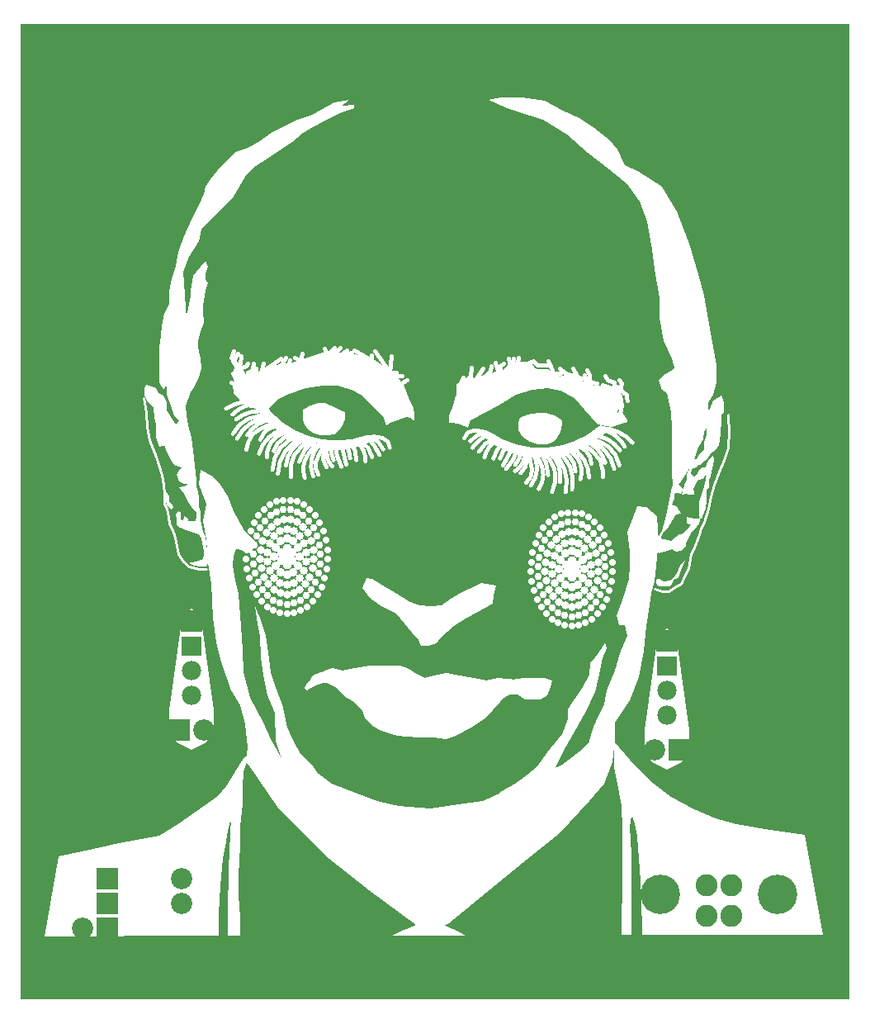
<source format=gts>
G04 start of page 2 for group 2 layer_idx 15 *
G04 Title: (unknown), top_mask *
G04 Creator: pcb-rnd 3.1.4-dev *
G04 CreationDate: 2024-02-11 09:28:28 UTC *
G04 For: STEM4ukraine *
G04 Format: Gerber/RS-274X *
G04 PCB-Dimensions: 334646 393701 *
G04 PCB-Coordinate-Origin: lower left *
%MOIN*%
%FSLAX25Y25*%
%LNTOP_MASK_NONE_2*%
%ADD77C,0.0887*%
%ADD76C,0.1595*%
%ADD75C,0.0780*%
%ADD74C,0.0860*%
%ADD73C,0.0100*%
%ADD72C,0.0374*%
%ADD71C,0.0394*%
%ADD70C,0.0354*%
%ADD69C,0.0335*%
%ADD68C,0.0315*%
%ADD67C,0.0295*%
%ADD66C,0.0276*%
%ADD65C,0.0800*%
%ADD64C,0.0150*%
%ADD63C,0.0200*%
%ADD62C,0.0001*%
G54D62*G36*
X0Y393701D02*Y0D01*
X334646D01*
Y393701D01*
X0D01*
G37*
%LPC*%
G36*
X86000Y178701D02*X85500Y175201D01*
X86500Y169201D01*
X88000Y163701D01*
X88500Y155201D01*
X89500Y141201D01*
X90000Y132201D01*
X92500Y121701D01*
X98000Y111701D01*
X101000Y105201D01*
X108000Y92701D01*
X106500Y88701D01*
X96000Y89701D01*
X91000Y95701D01*
X91500Y101701D01*
X90500Y111201D01*
X88500Y118701D01*
X85000Y124701D01*
X81000Y136201D01*
X79000Y144201D01*
X77500Y154201D01*
X77000Y167701D01*
X75500Y176201D01*
X75000Y185701D01*
X73500Y193201D01*
X75000Y200201D01*
X72000Y207701D01*
X72500Y213701D01*
X77500Y211201D01*
X80500Y207701D01*
X83500Y203201D01*
X86000Y197201D01*
X90000Y189701D01*
X94500Y184701D01*
X95000Y183201D01*
X92500Y180201D01*
X87000Y182201D01*
X86000Y178701D01*
G37*
G36*
X59500Y198701D02*X59000Y199701D01*
X58500Y201201D01*
Y205201D01*
X60000Y203201D01*
Y201201D01*
X61000Y200201D01*
X61500Y198701D01*
X61000Y197701D01*
X59500Y198701D01*
G37*
G36*
X70500Y176701D02*X73500Y177701D01*
X74000Y179701D01*
Y181201D01*
X73500Y182701D01*
X73000Y186201D01*
X72000Y187701D01*
X71000Y188201D01*
X68000Y189201D01*
X66000Y189701D01*
X65500Y190201D01*
X63500Y190701D01*
X63000Y191701D01*
Y193701D01*
X62500Y195701D01*
X63500Y197201D01*
X64500Y196701D01*
Y194201D01*
X65500Y193201D01*
X66000Y195201D01*
X67000Y194701D01*
X67500Y193701D01*
Y193201D01*
X70500D01*
X71000Y194701D01*
Y196701D01*
X69000Y198701D01*
X67500Y200701D01*
X66500Y202701D01*
X66000Y204201D01*
X64500Y205701D01*
X64000Y206701D01*
X66000Y207201D01*
X67500Y208201D01*
X68500Y209201D01*
X71000Y209701D01*
Y207201D01*
X71500Y204701D01*
X72000Y202701D01*
Y199201D01*
X72500Y196701D01*
Y193701D01*
X73000Y191701D01*
X73500Y188701D01*
X74500Y186701D01*
X75500Y178201D01*
Y176201D01*
X75000Y174701D01*
X72500D01*
X70000Y175201D01*
X68000Y176201D01*
X67500D01*
X70500Y176701D01*
G37*
G36*
X78000Y108701D02*X75000Y103701D01*
X69000Y100953D01*
X63000Y103701D01*
X60000Y108701D01*
Y116701D01*
X65000Y152701D01*
X66000Y155701D01*
X69000Y157701D01*
X72000Y155701D01*
X73000Y152701D01*
X78000Y116701D01*
Y108701D01*
G37*
G36*
X160500Y145201D02*X158000Y148201D01*
X155000Y151701D01*
X151500Y155701D01*
X145500Y158701D01*
X141000Y162201D01*
X138000Y166201D01*
X139500Y170201D01*
X142000Y169701D01*
X144500Y168201D01*
X148000Y166201D01*
X152000Y163701D01*
X156500Y160701D01*
X161000Y159201D01*
X166000Y158701D01*
X170000Y159201D01*
X173500Y161701D01*
X177000Y163701D01*
X186000Y168201D01*
X192000Y167201D01*
X191000Y163201D01*
X190500Y159701D01*
X184000Y156201D01*
X179500Y153701D01*
X175000Y150701D01*
X169500Y146201D01*
X168000Y143701D01*
X164500Y142701D01*
X161500D01*
X160500Y145201D01*
G37*
G36*
X97000Y153201D02*X99000Y147201D01*
X100000Y140201D01*
X101000Y132201D01*
X102500Y126701D01*
X105500Y119201D01*
X107000Y113201D01*
X107500Y109701D01*
X110000Y104701D01*
X113000Y99201D01*
X117500Y94701D01*
X119500Y91701D01*
X120000Y85701D01*
X110500Y90201D01*
X107000Y92701D01*
X103000Y104201D01*
X102500Y115701D01*
X99500Y122701D01*
X98000Y131201D01*
X97000Y138201D01*
X96500Y146701D01*
X95500Y151701D01*
X94500Y158701D01*
X97000Y153201D01*
G37*
G36*
X115500Y124701D02*X114500Y125701D01*
X115500Y127701D01*
X117000Y129201D01*
X118000Y130701D01*
X121000Y132201D01*
X126000Y133201D01*
X123500Y132201D01*
X121000Y130701D01*
X121500Y129701D01*
X125000Y128201D01*
X123500Y127701D01*
X122000D01*
X120000Y127201D01*
X116000Y125201D01*
X115500Y124701D01*
G37*
G36*
X133500Y122201D02*X138000Y119201D01*
X143000Y115701D01*
X149500Y114201D01*
X160000Y112701D01*
X168000D01*
X176500Y113701D01*
X183500Y116701D01*
X192000Y120201D01*
X198000Y126201D01*
X193500Y120201D01*
X190500Y116701D01*
X188000Y113701D01*
X182000Y109701D01*
X175000Y106201D01*
X171500Y105201D01*
X166500Y105701D01*
X162000D01*
X155000Y106201D01*
X150500Y106701D01*
X145000Y108701D01*
X141500Y110701D01*
X139000Y113701D01*
X138000Y116701D01*
X132000Y122701D01*
X133500Y122201D01*
G37*
G36*
X194000D02*X198000Y125701D01*
X199500Y129201D01*
X198500D01*
X203000Y129701D01*
X211500D01*
X214500Y128701D01*
X214000Y126201D01*
X212500Y122701D01*
X210000Y121201D01*
X203500D01*
X200500Y123201D01*
X197500D01*
X194000Y121201D01*
Y122201D01*
G37*
G36*
X256500Y168701D02*X257000Y169701D01*
X258000D01*
X259500Y168701D01*
X262000Y169201D01*
X263500Y170201D01*
X265000Y172201D01*
X266500Y175701D01*
X268500Y177701D01*
X267000Y174201D01*
X265500Y170201D01*
X264000Y169701D01*
X262500Y167201D01*
X261500Y166701D01*
X258500D01*
X257000Y167201D01*
X256500Y168701D01*
G37*
G36*
X229000Y102201D02*X231000Y109201D01*
X232500Y113201D01*
X235500Y119201D01*
X236500Y124701D01*
X240000Y132701D01*
X242000Y139701D01*
X245000Y146701D01*
X244000Y151201D01*
X241500D01*
X240500Y155201D01*
X243000Y161201D01*
X245500Y169701D01*
X246000Y174701D01*
Y180701D01*
X245000Y188701D01*
X247000Y193701D01*
X249000Y199201D01*
X252500Y198701D01*
X257000Y195201D01*
X257500Y184701D01*
X256000Y168701D01*
X254500Y164201D01*
X254000Y159201D01*
X252500Y150701D01*
X251500Y140701D01*
X249500Y130201D01*
X246000Y120701D01*
X240000Y111701D01*
X229000Y102201D01*
G37*
G36*
X265000Y208701D02*X266500Y207201D01*
X267500Y205701D01*
X266500Y204201D01*
X264500Y204701D01*
X264000Y203701D01*
Y202201D01*
X263000Y199701D01*
X265000Y199201D01*
X266500Y196201D01*
X264500Y195701D01*
X261500Y190701D01*
X259500Y188701D01*
X258500Y186701D01*
X259000Y185701D01*
X260000D01*
X262500Y185201D01*
X264500Y186701D01*
X266000Y187701D01*
X267500Y188201D01*
X270000Y190701D01*
X270500Y191701D01*
X269000Y192201D01*
Y194701D01*
X272000Y194201D01*
X273500D01*
X274500Y194701D01*
X274000Y192201D01*
X273000Y190701D01*
X270500Y188201D01*
X268500Y184201D01*
Y182701D01*
X266500Y181201D01*
X264500Y180701D01*
X263000Y181701D01*
X260000Y180701D01*
X257500Y180201D01*
X256500Y182201D01*
X257000Y185701D01*
X259000Y189201D01*
X260000Y192701D01*
X261000Y196701D01*
X262000Y201701D01*
X263000Y207201D01*
X265000Y208701D01*
G37*
G36*
X267000Y204201D02*X267500Y205701D01*
X268000Y207701D01*
X269000Y209701D01*
Y212201D01*
X269500Y213701D01*
X270500Y212201D01*
X272000Y211201D01*
X273000Y211701D01*
X274000Y213701D01*
X275000Y214701D01*
X276500D01*
X277000Y216201D01*
X278000Y218201D01*
X279500Y219701D01*
X280000Y217701D01*
X279500Y215701D01*
X279000Y213201D01*
X278500Y211201D01*
X278000Y209701D01*
Y206701D01*
X277000Y205701D01*
Y201201D01*
X276500Y198201D01*
X275500Y195701D01*
X275000Y194201D01*
X274000Y195201D01*
Y201201D01*
X275500Y205701D01*
X276500Y209701D01*
X277000Y212201D01*
X276500Y211701D01*
X275500Y210201D01*
X273500Y209701D01*
X272500Y208201D01*
X272000Y206701D01*
X271500Y206201D01*
X272000Y204701D01*
Y203701D01*
X270000D01*
X269000Y204201D01*
X267000Y203701D01*
Y204201D01*
G37*
G36*
X270000Y100701D02*X267000Y95701D01*
X261000Y92953D01*
X255000Y95701D01*
X252000Y100701D01*
Y108701D01*
X257000Y144701D01*
X258000Y147701D01*
X261000Y149701D01*
X264000Y147701D01*
X265000Y144701D01*
X270000Y108701D01*
Y100701D01*
G37*
G36*
X177500Y232201D02*X174500Y232701D01*
X173000D01*
Y235701D01*
X174500Y239701D01*
X175500Y243701D01*
X181000Y247701D01*
X188000Y251201D01*
X195000Y253701D01*
X202500Y254701D01*
X211000Y252701D01*
X217500Y249201D01*
X223500Y247701D01*
X231500Y244701D01*
X237500Y239701D01*
X242000Y236201D01*
X244000Y232701D01*
X238500Y231201D01*
X233000Y232201D01*
X227500Y238201D01*
X223500Y242701D01*
X218000Y245701D01*
X213000Y246701D01*
X206500Y246201D01*
X200000Y244201D01*
X193000Y239701D01*
X181500Y233701D01*
X180500Y230701D01*
X177500Y232201D01*
G37*
G36*
X117000Y239701D02*X120000Y240701D01*
X123000D01*
X126500Y239201D01*
X128500Y238201D01*
X131000Y237201D01*
Y234201D01*
X130000Y231701D01*
X128500Y229701D01*
X126500Y228201D01*
X124000Y227701D01*
X121000D01*
X118000Y228701D01*
X116000Y230201D01*
X114500Y232201D01*
X114000Y234201D01*
Y238201D01*
X117000Y239701D01*
G37*
G36*
X146500Y234701D02*X138000Y243701D01*
X133500Y246201D01*
X128000Y247701D01*
X122000D01*
X115000Y246701D01*
X107500Y244201D01*
X103500Y242201D01*
X100500Y239201D01*
X99000Y235201D01*
X97500Y236701D01*
X94000Y238701D01*
X91000Y239201D01*
X86000Y244701D01*
X85500Y248201D01*
X88500Y247701D01*
X93000Y250701D01*
X96500Y253701D01*
X102500Y256201D01*
X109500Y257201D01*
X116000Y259201D01*
X123500Y261701D01*
X133500Y260701D01*
X142000Y258701D01*
X150500Y253201D01*
X154500Y248201D01*
X157000Y242201D01*
X158500Y238701D01*
X159000Y236201D01*
Y233701D01*
X158500D01*
X157500Y234701D01*
X155500Y235201D01*
X153000Y234201D01*
X150000Y233201D01*
X147500Y231701D01*
X146500Y234701D01*
G37*
G36*
X201500D02*X204500Y236201D01*
X209000Y236701D01*
X212000D01*
X215500Y235701D01*
X218500Y233701D01*
Y232201D01*
X218000Y229201D01*
X216500Y226701D01*
X215000Y225201D01*
X212500Y224201D01*
X209000D01*
X205500Y225201D01*
X202500Y227201D01*
X201000Y229701D01*
Y233201D01*
X201500Y234701D01*
G37*
G36*
X270500Y212201D02*X270000Y212701D01*
Y214701D01*
X270500Y216701D01*
X272000Y218201D01*
X273000D01*
X274000Y220201D01*
X275000Y220701D01*
X276000Y222201D01*
Y224701D01*
X277000Y227701D01*
Y231701D01*
X283000Y236701D01*
Y233701D01*
X282500Y228201D01*
X282000Y223701D01*
X280500Y221701D01*
X279000Y220701D01*
X277500Y218701D01*
X277000Y217701D01*
X275500Y217201D01*
X275000Y216201D01*
X274000Y215701D01*
X272500Y214701D01*
X271000Y214201D01*
X270500Y211701D01*
Y212201D01*
G37*
G36*
X263000D02*Y230701D01*
X262500Y237201D01*
X261000Y244701D01*
X259000Y246201D01*
X257500Y249701D01*
X259500Y252201D01*
X262500Y253701D01*
X264000Y255201D01*
X263000Y258701D01*
X259500Y265701D01*
X258000Y275201D01*
Y283201D01*
X256000Y294701D01*
X255000Y302701D01*
X253000Y314201D01*
X250000Y322201D01*
X245000Y329201D01*
X237500Y335201D01*
X229000Y341701D01*
X220500Y349201D01*
X211000Y355201D01*
X205500Y356701D01*
X195500Y360201D01*
X189000Y363201D01*
X193500Y364201D01*
X202500D01*
X211500Y362701D01*
X219000Y358701D01*
X225500Y355701D01*
X231500Y351701D01*
X237500Y347201D01*
X241000Y343201D01*
X244000Y336701D01*
X249500Y334201D01*
X259000Y328201D01*
X265000Y318201D01*
X270000Y305201D01*
X273500Y292701D01*
X276000Y284201D01*
X279000Y267201D01*
X281000Y256201D01*
Y249201D01*
X279500Y244201D01*
X277500Y240701D01*
Y236701D01*
X279500Y241701D01*
X283000Y243701D01*
X284000Y241201D01*
Y237201D01*
X281500Y234201D01*
X278500Y233201D01*
X276000Y229201D01*
X275500Y226201D01*
X273500Y222701D01*
X271500Y217201D01*
X268500Y212201D01*
X263500Y204701D01*
X263000Y212201D01*
G37*
G36*
X67000Y274701D02*X67500Y279201D01*
X68500Y283701D01*
Y286201D01*
X69500Y292201D01*
X72500Y295701D01*
X74500Y298201D01*
X75500Y295701D01*
X74500Y293201D01*
Y290701D01*
X75500Y289201D01*
X74500Y286201D01*
X73500Y280201D01*
Y277701D01*
X74000Y273201D01*
X72500Y269701D01*
X71500Y265701D01*
Y263201D01*
X72500Y258701D01*
X73000Y254701D01*
X72000Y251201D01*
X70000Y247201D01*
X68500Y245201D01*
X66500Y239701D01*
X67000Y235701D01*
X68000Y230201D01*
X63500Y233701D01*
X62000Y235701D01*
X60500Y239701D01*
X59000Y244201D01*
Y248201D01*
X57500Y246201D01*
X56000Y249201D01*
Y263201D01*
X56500Y268201D01*
X57000Y272201D01*
X58000Y276701D01*
X60000Y280701D01*
Y286201D01*
X61000Y290701D01*
X62500Y296201D01*
X63500Y301701D01*
X66000Y308201D01*
X69000Y314701D01*
X72000Y320701D01*
X74000Y325201D01*
X74500Y328201D01*
X76500Y331201D01*
X80500Y336201D01*
X86500Y342201D01*
X91500Y343701D01*
X96000Y346201D01*
X101500Y350201D01*
X111000Y354701D01*
X117500Y357201D01*
X126500Y362201D01*
X132500Y363201D01*
X129500Y360701D01*
X134500Y361201D01*
Y359701D01*
X129500Y358201D01*
X123000Y354701D01*
X118000Y352201D01*
X114000Y349701D01*
X109500Y346201D01*
X100500Y340201D01*
X94000Y335701D01*
X90500Y332201D01*
X86000Y324201D01*
X77000Y315201D01*
X73000Y310701D01*
X72000Y306201D01*
X68000Y299701D01*
X65500Y293701D01*
X67000Y274701D01*
G37*
G36*
X69000Y208201D02*X66000D01*
X64000Y209201D01*
X63000Y211701D01*
X64000Y213701D01*
X65000Y214701D01*
X62000Y215701D01*
X60500Y217701D01*
X59000Y221201D01*
X58000Y223701D01*
X56000Y223201D01*
X55500Y224201D01*
X54500Y227201D01*
Y232201D01*
X54000Y234701D01*
X53500Y239201D01*
X51000Y241701D01*
X50000Y243701D01*
Y246701D01*
X50500Y248201D01*
X52000Y247701D01*
X54500Y246701D01*
X55500Y244701D01*
X57500Y243701D01*
X59000Y241201D01*
Y237701D01*
X62000Y233201D01*
X63000Y232201D01*
X64000Y233701D01*
X67500Y231701D01*
X69000Y226701D01*
X70000Y218701D01*
X71000Y209701D01*
X69000Y208201D01*
G37*
G36*
X123000Y132701D02*X126000Y133701D01*
X130000Y132701D01*
X135000Y133701D01*
X141000Y134701D01*
X153000D01*
X156000Y133701D01*
X159000Y131701D01*
X163000Y129701D01*
X167000Y130701D01*
X172000Y131701D01*
X188000Y128701D01*
X193000Y129701D01*
X198500Y129201D01*
Y125701D01*
X195500Y122701D01*
X191000Y119701D01*
X176000Y113701D01*
X169000Y112701D01*
X161000D01*
X152500Y113701D01*
X143000Y115701D01*
X139000Y118701D01*
X132000Y122701D01*
X128000Y126701D01*
X124000Y128701D01*
X120000Y129701D01*
Y130701D01*
X123000Y132701D01*
G37*
G36*
X125500Y87201D02*X136000Y83201D01*
X144000Y80201D01*
X152500Y78201D01*
X165500Y77201D01*
X176500Y78701D01*
X186500Y80201D01*
X194500Y83701D01*
X218500Y94701D01*
X227000Y101201D01*
X232500Y107201D01*
X240000Y112201D01*
Y104701D01*
X239000Y95701D01*
X235500Y87201D01*
X229500Y80201D01*
X217500Y67201D01*
X202500Y55201D01*
X191500Y46201D01*
X173000Y30701D01*
X170500Y29701D01*
X159500Y30201D01*
X140500Y44201D01*
X124500Y56701D01*
X103500Y77701D01*
X92000Y94701D01*
X119000Y92201D01*
X125500Y87201D01*
G37*
G36*
X90000Y91701D02*X89500Y85701D01*
Y79201D01*
X88500Y69701D01*
Y62201D01*
X88000Y50201D01*
Y42201D01*
X88500Y33201D01*
Y25701D01*
X83500D01*
Y35201D01*
X84000Y53201D01*
X84500Y66701D01*
X85000Y73201D01*
X84500Y72201D01*
X83500Y68201D01*
X82500Y61701D01*
X81500Y56701D01*
X80500Y45701D01*
X80000Y34701D01*
Y25701D01*
X22500D01*
Y59201D01*
X38000Y62701D01*
X48500Y64701D01*
X56000Y66201D01*
X64000Y71201D01*
X74000Y78201D01*
X79500Y82201D01*
X83000Y86201D01*
X89000Y95701D01*
X90500Y98201D01*
X91500D01*
X91000Y95201D01*
X90000Y91701D01*
G37*
G36*
X154000Y27701D02*X156500Y28701D01*
X159500Y30201D01*
X171000D01*
X178000Y26701D01*
X179500Y25701D01*
X150000D01*
X152000Y26701D01*
X154000Y27701D01*
G37*
G36*
X193500Y83701D02*X199500Y87201D01*
X204500Y90701D01*
X208500Y94201D01*
X212500Y99701D01*
X218500Y107201D01*
X221000Y113201D01*
Y117201D01*
X222500Y119701D01*
X225000Y123201D01*
X227000Y126201D01*
X229500Y131201D01*
X230000Y135701D01*
X232000Y138201D01*
X234500Y141701D01*
X236000Y144201D01*
X236500Y141701D01*
X235000Y137701D01*
X233500Y131201D01*
X232000Y124201D01*
X228000Y115701D01*
X223500Y108201D01*
X219500Y101201D01*
X215500Y93201D01*
X213000Y88701D01*
X210000Y83701D01*
X188000Y75201D01*
X189500Y77701D01*
X193500Y83701D01*
G37*
G36*
X246000Y96701D02*X255500Y87201D01*
X262500Y81701D01*
X272000Y76701D01*
X280500Y73201D01*
X289000Y70701D01*
X304500Y68201D01*
X308000Y67701D01*
Y26201D01*
X251000D01*
X250500Y41701D01*
X250000Y52701D01*
X249000Y65701D01*
X248000Y71201D01*
X247000Y74201D01*
X246500D01*
X246000Y69701D01*
X246500Y58701D01*
Y26201D01*
X242500D01*
X243000Y51201D01*
Y69201D01*
X242500Y78201D01*
X240500Y88701D01*
X239500Y93701D01*
Y99201D01*
X239000Y104201D01*
X239500D01*
X246000Y96701D01*
G37*
G36*
X316535Y66386D02*X324016Y26228D01*
X292520D01*
X300787Y68748D01*
X316535Y66386D01*
G37*
G36*
X41732Y25638D02*X9646D01*
X15354Y57724D01*
X38583Y62843D01*
X41732Y25638D01*
G37*
G54D63*X161000Y112701D02*X169000D01*
X161000D02*X153000Y113701D01*
X163000Y123701D02*X167000D01*
X169000Y112701D02*X176000Y113701D01*
X184000Y116701D01*
X167000Y123701D02*X171000Y124701D01*
X175000D01*
X181000Y123701D01*
X186000D01*
X177000Y129701D02*X183000Y128701D01*
X163000Y123701D02*X159000Y124701D01*
X154000Y126701D01*
X146000Y127701D01*
X184000Y116701D02*X191000Y119701D01*
X186000Y123701D02*X191000Y124701D01*
X196000Y126701D02*X198000D01*
X183000Y128701D02*X188000Y127701D01*
X193000Y128701D01*
X198000Y126701D02*Y125701D01*
X191000Y119701D02*X195000Y122701D01*
X198000Y125701D01*
X191000Y124701D02*X198500Y127701D01*
G54D64*X190000Y255701D02*X189500Y253701D01*
X182000Y247701D02*Y250701D01*
X181500Y251701D02*X182000Y255201D01*
X187500Y251701D02*X183174Y249527D01*
X182000Y250701D02*X179500Y246201D01*
X186500Y254701D02*X182000Y247701D01*
X180000Y250201D02*X181500Y251701D01*
X178000Y245201D02*X180000Y250201D01*
X178500Y251201D02*X178000Y245201D01*
X176500Y247201D02*X178500Y251201D01*
X176500Y243201D02*Y248201D01*
X183174Y249527D02*X192643Y253201D01*
X189500Y253701D02*X187500Y251701D01*
X191500Y257201D02*X192500Y253701D01*
G54D63*X204000Y254701D02*X197500Y254201D01*
G54D64*X200500Y255701D02*X205746Y255946D01*
X197500Y254201D02*X200500Y255701D01*
X193500D02*Y253701D01*
X195000Y256701D02*X193500Y255701D01*
X192500Y251201D02*X197000Y255451D01*
X192500Y253701D02*X193000Y252201D01*
X199000Y258701D02*X197500Y254201D01*
Y255701D02*X197000Y258701D01*
X200500Y257201D02*X197500Y255701D01*
X201000Y259201D02*X200500Y257201D01*
G54D63*X211000Y252701D02*X204000Y254701D01*
G54D64*X212500Y253701D02*X214000Y252701D01*
X207500Y253701D02*X212500D01*
X213643Y256201D02*X208500D01*
G54D63*X217500Y249201D02*X211000Y252701D01*
G54D64*X215500D02*X217000Y250701D01*
X214000Y252701D02*X218000D01*
X214500Y254201D02*X213000Y257701D01*
X217500Y254701D02*X220000Y252701D01*
X205000Y256901D02*X207500Y253701D01*
X204500Y256701D02*X200400Y256801D01*
X207000Y257701D02*X204500Y256701D01*
X208500Y256201D02*X207000Y257701D01*
X219000Y251201D02*X220500Y252301D01*
X217000Y250701D02*X219000Y251201D01*
X220000Y252701D02*X223500Y251701D01*
G54D65*X221500Y248701D02*X224000Y247201D01*
G54D64*X225500Y251034D02*X226000Y248701D01*
X227500Y252201D02*X228500Y246201D01*
X226000Y250701D02*X228000Y251201D01*
X224500Y251701D02*X226000Y250701D01*
X235000Y246201D02*X240500Y247401D01*
X233500Y247201D02*X235000Y246201D01*
X226000Y248701D02*X231500Y247201D01*
X235000Y248201D02*X237500Y247201D01*
X230500Y249201D02*X232500Y248701D01*
X229500Y252201D02*Y248701D01*
X228000Y251201D02*X230500Y249201D01*
X237500Y247201D02*X238000Y245201D01*
X241500Y250201D02*X242500Y248701D01*
X239500Y249201D02*Y248201D01*
X237000Y250201D02*X239500Y249201D01*
X236000Y251701D02*X237000Y250201D01*
G54D65*X236500Y242201D02*X229500Y243701D01*
G54D64*X231500Y247201D02*X233500D01*
X241444Y246645D02*X238500Y237701D01*
X238000Y245201D02*X241444Y246645D01*
X240500Y243701D02*Y240701D01*
G54D65*X238500D02*X236500Y242201D01*
G54D64*X242000Y246201D02*X240500Y243701D01*
X242500Y239701D02*X242000Y243701D01*
X240500Y240701D02*X240000Y237201D01*
X231683Y220438D02*X227000Y224701D01*
X198500Y223201D02*X194500Y215701D01*
X242000Y236701D02*X242500Y239701D01*
X235000Y213701D02*Y211201D01*
G54D66*X223895Y196649D03*
G54D67*X223880Y192697D03*
G54D66*X226645Y195989D03*
X229276Y194688D03*
X231712Y192783D03*
G54D68*X223857Y188739D03*
G54D67*X226583Y191920D03*
X229119Y190396D03*
G54D66*X233883Y190329D03*
G54D69*X222500Y184921D03*
G54D68*X226486Y187794D03*
X228864Y185963D03*
G54D67*X231384Y188189D03*
X233285Y185389D03*
G54D66*X235727Y187396D03*
X237190Y184070D03*
G54D70*X222500Y180984D03*
G54D69*X225241Y184245D03*
X227652Y182296D03*
G54D68*X230842Y183363D03*
G54D67*X234745Y182110D03*
G54D66*X238230Y180445D03*
G54D71*X222500Y173701D03*
G54D72*Y177047D03*
X224570Y175374D03*
G54D70*X225101Y180008D03*
X227005Y177343D03*
X227702Y173701D03*
G54D69*X229441Y179311D03*
G54D68*X232296Y180155D03*
G54D67*X235704Y178487D03*
G54D69*X230393Y175649D03*
G54D68*X233135Y176541D03*
X233305Y172749D03*
G54D67*X236121Y174668D03*
X235982Y170809D03*
G54D66*X238818Y176626D03*
X238936Y172723D03*
X238582Y168849D03*
G54D72*X222500Y170354D03*
X220430Y172028D03*
Y175374D03*
G54D70*X217995Y170059D03*
X222500Y166417D03*
X219899Y167393D03*
G54D69*X217348Y165105D03*
X222500Y162480D03*
X219759Y163157D03*
G54D68*X217284Y160418D03*
X215089Y162651D03*
X222500Y158543D03*
X219807Y159020D03*
G54D67*X217121Y156154D03*
X214709Y158029D03*
G54D66*X219720Y151000D03*
X217019Y151985D03*
G54D63*X193000Y128701D02*X200000Y128201D01*
G54D67*X222500Y154606D03*
X219754Y154997D03*
G54D66*X222500Y150669D03*
X214477Y153594D03*
X212165Y155781D03*
X210151Y158485D03*
G54D67*X212615Y160545D03*
G54D66*X208491Y161625D03*
G54D68*X213359Y165579D03*
G54D67*X210925Y163600D03*
X209710Y167069D03*
G54D66*X207235Y165113D03*
G54D70*X217298Y173701D03*
G54D69*X215559Y168091D03*
G54D68*X212203Y169017D03*
G54D66*X206418Y168849D03*
G54D69*X214607Y171752D03*
G54D68*X211695Y172749D03*
G54D67*X209018Y170809D03*
X208879Y174668D03*
G54D66*X206064Y172723D03*
X206182Y176626D03*
G54D69*X214607Y175649D03*
G54D68*X211865Y176541D03*
G54D72*X224570Y172028D03*
G54D70*X227005Y170059D03*
X225101Y167393D03*
G54D69*X225241Y163157D03*
X230393Y171752D03*
X229441Y168091D03*
X227652Y165105D03*
G54D68*X232797Y169017D03*
G54D67*X235290Y167069D03*
G54D66*X237765Y165113D03*
G54D68*X231641Y165579D03*
G54D67*X234075Y163600D03*
X232385Y160545D03*
G54D66*X236509Y161625D03*
X234849Y158485D03*
X232835Y155781D03*
G54D68*X229911Y162651D03*
G54D67*X230291Y158029D03*
G54D66*X230523Y153594D03*
G54D68*X227716Y160418D03*
X225193Y159020D03*
G54D67*X227879Y156154D03*
X225246Y154997D03*
G54D66*X227981Y151985D03*
X225280Y151000D03*
G54D69*X217348Y182296D03*
G54D68*X212704Y180155D03*
X214158Y183363D03*
X216136Y185963D03*
X218514Y187794D03*
G54D70*X217995Y177343D03*
G54D69*X215559Y179311D03*
G54D67*X209296Y178487D03*
G54D66*X206770Y180445D03*
G54D67*X210255Y182110D03*
G54D66*X207810Y184070D03*
G54D67*X211715Y185389D03*
G54D66*X209273Y187396D03*
X211117Y190329D03*
G54D67*X213616Y188189D03*
X215881Y190396D03*
X218417Y191920D03*
G54D66*X213288Y192783D03*
X215724Y194688D03*
X218355Y195989D03*
G54D70*X219899Y180008D03*
G54D69*X219759Y184245D03*
G54D68*X221143Y188739D03*
G54D67*X221120Y192697D03*
G54D66*X221105Y196649D03*
G54D64*X242500Y248701D02*X242000Y246201D01*
X228500Y254201D02*X229500Y252201D01*
X223000Y254701D02*X224500Y251701D01*
X244500Y242701D02*X245000Y241701D01*
X244000Y233701D02*X242000Y236701D01*
X244500Y244201D02*Y242701D01*
X239500Y248201D02*X244500Y244201D01*
G54D73*X259000Y164701D02*X256000Y165701D01*
X261500Y164701D02*X259000D01*
X269500Y174201D02*X268000Y170701D01*
X270500Y179701D02*X269500Y174201D01*
X271500Y181701D02*X270500Y179701D01*
X272500Y184201D02*X271500Y181701D01*
X264500Y166701D02*X261500Y164701D01*
X266500Y167701D02*X264500Y166701D01*
X268000Y170701D02*X266500Y167701D01*
X274000Y187701D02*X272500Y184201D01*
X274500Y190201D02*X274000Y187701D01*
X276000Y192701D02*X274500Y190201D01*
X282000Y213201D02*X280000Y207701D01*
X284000Y217701D02*X282000Y213201D01*
X285500Y222701D02*X284000Y217701D01*
X286000Y229701D02*X285500Y222701D01*
X277500Y198201D02*X276000Y192701D01*
X278500Y203201D02*X277500Y198201D01*
X280000Y207701D02*X278500Y203201D01*
X285500Y235201D02*X286000Y229701D01*
X285500Y236201D02*Y235201D01*
G54D63*X153000Y113701D02*X143000Y115701D01*
X139000Y118701D01*
X146000Y127701D02*X139000D01*
G54D73*X50500Y237201D02*X49500Y242701D01*
X51000Y231201D02*X50500Y237201D01*
X52000Y225701D02*X51000Y231201D01*
X54500Y219201D02*X52000Y225701D01*
X57000Y211701D02*X54500Y219201D01*
X57500Y207701D02*X57000Y211701D01*
X58000Y204201D02*X57500Y207701D01*
X58000Y200201D02*Y204201D01*
X59000Y198201D02*X58000Y200201D01*
X59500Y194701D02*X59000Y198201D01*
X60000Y192201D02*X59500Y194701D01*
X61000Y190201D02*X60000Y192201D01*
X62000Y187701D02*X61000Y190201D01*
X62500Y184701D02*X62000Y187701D01*
X63500Y179701D02*X62500Y184701D01*
X65500Y176701D02*X63500Y179701D01*
X68000Y174701D02*X65500Y176701D01*
X72000Y173701D02*X68000Y174701D01*
X75000Y173701D02*X72000D01*
G54D69*X99607Y176752D03*
G54D68*X96695Y177749D03*
G54D67*X94018Y175809D03*
G54D66*X91418Y173849D03*
X91064Y177723D03*
G54D70*X102298Y178701D03*
G54D69*X100559Y173091D03*
G54D68*X97203Y174017D03*
G54D71*X107500Y178701D03*
G54D72*X105430Y177028D03*
G54D70*X102995Y175059D03*
G54D67*X94710Y172069D03*
G54D72*X107500Y175354D03*
X109570Y177028D03*
G54D70*X107500Y171417D03*
X112005Y175059D03*
G54D69*X107500Y167480D03*
X110241Y168157D03*
G54D70*X110101Y172393D03*
G54D69*X112652Y170105D03*
G54D68*X116641Y170579D03*
X110193Y164020D03*
X114911Y167651D03*
X112716Y165418D03*
G54D67*X117385Y165545D03*
G54D66*X121509Y166625D03*
G54D63*X139000Y118701D02*X132000Y122701D01*
G54D67*X115291Y163029D03*
X112879Y161154D03*
G54D66*X117835Y160781D03*
X115523Y158594D03*
X112981Y156985D03*
X119849Y163485D03*
G54D67*X120290Y172069D03*
X119075Y168600D03*
X110246Y159997D03*
G54D66*X110280Y156000D03*
X122765Y170113D03*
G54D69*X115393Y176752D03*
X114441Y173091D03*
G54D68*X107500Y163543D03*
G54D67*Y159606D03*
G54D66*Y155669D03*
G54D68*X118305Y177749D03*
X117797Y174017D03*
G54D67*X120982Y175809D03*
G54D66*X123936Y177723D03*
X123582Y173849D03*
G54D70*X104899Y172393D03*
X112702Y178701D03*
G54D69*X104759Y168157D03*
G54D68*X104807Y164020D03*
G54D67*X102121Y161154D03*
X104754Y159997D03*
G54D66*X104720Y156000D03*
X102019Y156985D03*
X99477Y158594D03*
G54D69*X102348Y170105D03*
G54D68*X100089Y167651D03*
X98359Y170579D03*
G54D67*X95925Y168600D03*
G54D68*X102284Y165418D03*
G54D67*X99709Y163029D03*
X97615Y165545D03*
G54D66*X97165Y160781D03*
X95151Y163485D03*
X93491Y166625D03*
X92235Y170113D03*
G54D69*X99607Y180649D03*
X115393D03*
G54D67*X93879Y179668D03*
X121121D03*
G54D72*X105430Y180374D03*
G54D70*X104899Y185008D03*
G54D69*X104759Y189245D03*
X107500Y189921D03*
G54D70*Y185984D03*
G54D69*X110241Y189245D03*
X112652Y187296D03*
G54D72*X107500Y182047D03*
G54D70*X110101Y185008D03*
X112005Y182343D03*
G54D69*X114441Y184311D03*
G54D68*X113864Y190963D03*
G54D67*X118285Y190389D03*
G54D68*X115842Y188363D03*
X117296Y185155D03*
G54D67*X119745Y187110D03*
X120704Y183487D03*
G54D66*X122190Y189070D03*
X123230Y185445D03*
G54D68*X118135Y181541D03*
G54D66*X123818Y181626D03*
G54D72*X109570Y180374D03*
G54D69*X102348Y187296D03*
G54D68*X97704Y185155D03*
X99158Y188363D03*
X101136Y190963D03*
G54D70*X102995Y182343D03*
G54D69*X100559Y184311D03*
G54D68*X96865Y181541D03*
G54D67*X94296Y183487D03*
X95255Y187110D03*
G54D66*X92810Y189070D03*
G54D67*X96715Y190389D03*
G54D66*X91182Y181626D03*
X91770Y185445D03*
G54D67*X98616Y193189D03*
G54D66*X94273Y192396D03*
X96117Y195329D03*
X98288Y197783D03*
G54D68*X103514Y192794D03*
G54D67*X100881Y195396D03*
X103417Y196920D03*
G54D68*X106143Y193739D03*
G54D67*X106120Y197697D03*
G54D68*X108857Y193739D03*
G54D67*X108880Y197697D03*
G54D68*X111486Y192794D03*
G54D67*X111583Y196920D03*
X114119Y195396D03*
X116384Y193189D03*
G54D66*X116712Y197783D03*
X118883Y195329D03*
X120727Y192396D03*
X100724Y199688D03*
X103355Y200989D03*
X106105Y201649D03*
X108895D03*
X111645Y200989D03*
X114276Y199688D03*
G54D64*X91707Y224676D02*X91060Y222262D01*
X129422Y224406D02*X131344Y216126D01*
X85000Y249201D02*X87750Y248201D01*
X85000Y259201D02*X88026Y255674D01*
X86000Y261701D02*X85000Y259201D01*
X85500Y257701D02*X87500Y260701D01*
X89000Y259701D02*X88500Y256701D01*
X90315Y250016D02*X87250Y254451D01*
X87500Y254534D02*X85500Y257701D01*
X88500Y256701D02*X87500Y254534D01*
X89000Y248201D02*X90315Y250016D01*
X96655Y230325D02*X102281Y233231D01*
X86781Y252982D02*X89000Y248201D01*
X91675Y248875D02*X86781Y252982D01*
X91500Y253201D02*X93583Y254201D01*
X88026Y255674D02*X91500Y249201D01*
X91000Y255701D02*X91500Y256701D01*
X94000D02*X93000Y250701D01*
X93583Y254201D02*X91675Y248875D01*
X91500Y249201D02*Y253201D01*
X86500Y254201D02*X91000Y255701D01*
X88000Y247701D02*X86500Y254201D01*
X85500Y252701D02*X88000Y247701D01*
X95000Y254701D02*X94500Y251201D01*
X97000Y253201D02*X105000Y258701D01*
X98000Y256701D02*X97000Y253201D01*
X107000Y259201D02*X105000Y255701D01*
X113000Y258201D02*X113500Y260701D01*
X110500Y259201D02*X113000Y258201D01*
X108500D02*X108000Y256201D01*
X129000Y260201D02*X133500Y261201D01*
X141500Y258201D02*Y260201D01*
X134500Y262201D02*X141500Y258201D01*
X156000Y250201D02*X153500Y248701D01*
X154000Y251701D02*X151000D01*
X148844Y253201D02*X151500D01*
X149500Y259701D02*X148844Y253201D01*
X148500Y253701D02*X143000Y261701D01*
X131500Y262201D02*X129000Y260201D01*
Y263201D02*X125500Y260201D01*
X126500Y263201D02*X123500Y260201D01*
X122500Y262701D01*
G54D63*X120000Y129701D02*X124000Y128701D01*
X120000Y129701D02*X123000Y131701D01*
X126000Y132701D01*
X132000Y122701D02*X128000Y126701D01*
X124000Y128701D02*X128000Y126701D01*
X126000Y132701D02*X130000Y131701D01*
X135000Y132701D01*
X131000Y128701D02*X127000Y129701D01*
X139000Y127701D02*X131000Y128701D01*
X127000Y129701D02*X120000D01*
X135000Y132701D02*X141000Y133701D01*
X153000D01*
X156000Y132701D01*
X159000Y130701D01*
X163000Y128701D01*
X167000Y129701D01*
X172000Y130701D01*
X177000Y129701D01*
G54D64*X96848Y240554D02*G75*G03X85478Y236176I-760J-14981D01*G01*
X97073Y240838D02*G75*G03X82884Y238527I-4529J-16904D01*G01*
X99677Y237035D02*G75*G03X87022Y234209I-3623J-13523D01*G01*
X91501Y227843D02*G75*G02X101907Y234194I11185J-6626D01*G01*
X91707Y224676D02*G75*G02X96655Y230325I8210J-2200D01*G01*
X96701Y225926D02*G75*G02X105886Y231230I7244J-1941D01*G01*
G54D63*X117891Y223872D02*G75*G02X94859Y240476I10353J38637D01*G01*
G54D64*X99491Y218824D02*G75*G02X111423Y228711I9473J711D01*G01*
X96243Y220355D02*G75*G02X106959Y230447I13523J-3623D01*G01*
G54D63*X140152Y226902D02*G75*G02X96844Y240959I-12650J34770D01*G01*
G54D64*X87308Y226414D02*G75*G02X101589Y235039I13894J-6870D01*G01*
X85677Y228316D02*G75*G02X100738Y235198I11696J-5675D01*G01*
X101630Y213830D02*G75*G02X112675Y227813I14992J-488D01*G01*
X103861Y212219D02*G75*G02X114113Y227096I16495J-395D01*G01*
X109156Y210909D02*G75*G02X117489Y225512I12201J2717D01*G01*
X120745Y224139D02*G75*G03X118108Y211260I7926J-8332D01*G01*
X123816Y222802D02*G75*G03X125792Y215171I7727J-2071D01*G01*
X122332Y221129D02*G75*G03X123415Y214911I7244J-1941D01*G01*
X119236Y217300D02*G75*G02X124499Y224547I12074J-3235D01*G01*
X119236Y217300D02*G75*G03X120236Y211824I6279J-1682D01*G01*
X112440Y217050D02*G75*G02X118478Y225705I14972J-4012D01*G01*
X114371Y216533D02*G75*G03X114694Y210630I9176J-2459D01*G01*
X114371Y216533D02*G75*G02X122399Y224886I11591J-3106D01*G01*
X125653Y223863D02*G75*G03X126360Y217669I8210J-2200D01*G01*
X127228Y224447D02*G75*G03X129482Y215051I16976J-897D01*G01*
X133026Y218455D02*G75*G03X131313Y224655I-16947J-1345D01*G01*
X135520Y217754D02*G75*G03X133402Y225087I-12998J219D01*G01*
X107087Y215523D02*G75*G02X114997Y226266I12468J-897D01*G01*
G54D63*X117891Y223872D02*G75*G03X140992Y225998I8670J32359D01*G01*
G54D64*X102203Y221346D02*G75*G02X113225Y227710I8693J-2329D01*G01*
X139179Y217308D02*G75*G03X135477Y225515I-9991J431D01*G01*
X140316Y226541D02*G75*G02X144838Y219816I-12293J-13149D01*G01*
X137341Y225471D02*G75*G02X141883Y218967I-5255J-8508D01*G01*
X146076Y226673D02*G75*G03X140128Y227115I-4141J-15455D01*G01*
X140988Y227001D02*G75*G02X146409Y222080I-2071J-7727D01*G01*
X146076Y226673D02*G75*G02X149040Y222742I-1035J-3864D01*G01*
X188529Y228083D02*G75*G03X182421Y222758I8471J-15882D01*G01*
X191127Y226279D02*G75*G03X185056Y221173I2873J-9578D01*G01*
X187238Y218870D02*G75*G02X192939Y225839I9762J-2169D01*G01*
X183000Y229701D02*G75*G02X188860Y228589I0J-16000D01*G01*
G54D63*X209500Y219701D02*G75*G02X187737Y227733I0J33500D01*G01*
G54D64*X193479Y218386D02*G75*G02X196738Y223931I16021J-5685D01*G01*
X190888Y218354D02*G75*G02X194832Y224889I12612J-3153D01*G01*
X188000Y228701D02*G75*G03X181490Y225351I0J-8000D01*G01*
X183000Y229701D02*G75*G03X179119Y226671I0J-4000D01*G01*
G54D63*X209500Y219701D02*G75*G03X236045Y229778I0J40000D01*G01*
G54D64*X230500Y227701D02*G75*G02X241993Y221696I0J-14000D01*G01*
X236019Y216706D02*G75*G03X227611Y225534I-12519J-3505D01*G01*
X234143Y230368D02*G75*G02X243993Y223197I-3143J-14667D01*G01*
X234000Y230701D02*G75*G02X247107Y224796I0J-17500D01*G01*
X235000Y213701D02*G75*G03X231683Y220438I-8500J0D01*G01*
X239699Y214241D02*G75*G03X228137Y226268I-15199J-3040D01*G01*
X241766Y215656D02*G75*G03X229000Y226201I-12766J-2455D01*G01*
X230500Y216201D02*G75*G03X223000Y223701I-7500J0D01*G01*
G54D63*X188782Y228389D02*G75*G03X234252Y230758I21218J30312D01*G01*
G54D64*X224000Y213201D02*G75*G03X215000Y222201I-9000J0D01*G01*
X217775Y208840D02*G75*G03X212915Y221264I-12275J2361D01*G01*
X220036Y204813D02*G75*G03X213984Y221837I-16036J3887D01*G01*
X214582Y204919D02*G75*G03X210312Y221181I-11082J5782D01*G01*
X213000Y211701D02*G75*G03X209407Y221624I-15500J0D01*G01*
X211000Y211701D02*G75*G02X209161Y206083I-9500J0D01*G01*
X225967Y210062D02*G75*G03X217000Y222701I-8967J3138D01*G01*
X222608Y205792D02*G75*G03X215558Y222157I-14608J3408D01*G01*
X229500Y210701D02*G75*G03X221761Y223223I-14000J0D01*G01*
X206813Y220697D02*G75*G02X206026Y207575I-9813J-5997D01*G01*
X206500Y213701D02*G75*G02X204116Y208670I-6500J0D01*G01*
X211000Y211701D02*G75*G03X205408Y221847I-12000J0D01*G01*
X203500Y220201D02*G75*G02X199616Y213341I-8000J0D01*G01*
X202000Y221701D02*G75*G02X199714Y215901I-8500J0D01*G01*
X200630Y222673D02*G75*G02X196021Y214180I-16630J3528D01*G01*
X204500Y218201D02*G75*G02X201845Y212475I-7500J0D01*G01*
X206500Y213701D02*G75*G03X203291Y222063I-12500J0D01*G01*
%LPD*%
G54D62*G36*
X59700Y113001D02*X68300D01*
Y104401D01*
X59700D01*
Y113001D01*
G37*
G54D74*X74000Y108701D03*
G54D62*G36*
X65100Y138801D02*Y146601D01*
X72900D01*
Y138801D01*
X65100D01*
G37*
G36*
X257100Y130801D02*Y138601D01*
X264900D01*
Y130801D01*
X257100D01*
G37*
G54D75*X261000Y124701D03*
Y114701D03*
G54D62*G36*
X270300Y96401D02*X261700D01*
Y105001D01*
X270300D01*
Y96401D01*
G37*
G54D74*X256000Y100701D03*
G54D62*G36*
X256700Y140401D02*Y149001D01*
X265300D01*
Y140401D01*
X256700D01*
G37*
G54D74*X261000Y174701D03*
G54D75*X69000Y132701D03*
Y122701D03*
G54D62*G36*
X64700Y148401D02*Y157001D01*
X73300D01*
Y148401D01*
X64700D01*
G37*
G54D74*X69000Y182701D03*
G54D62*G36*
X30700Y24401D02*Y33001D01*
X39300D01*
Y24401D01*
X30700D01*
G37*
G36*
Y43001D02*X39300D01*
Y34401D01*
X30700D01*
Y43001D01*
G37*
G36*
Y53001D02*X39300D01*
Y44401D01*
X30700D01*
Y53001D01*
G37*
G54D76*X258220Y42559D03*
G54D74*X65000Y38701D03*
Y48701D03*
X25000Y28701D03*
G54D76*X305622Y42559D03*
G54D77*X286843Y33701D03*
X277000D03*
X286843Y46299D03*
X277000D03*
M02*

</source>
